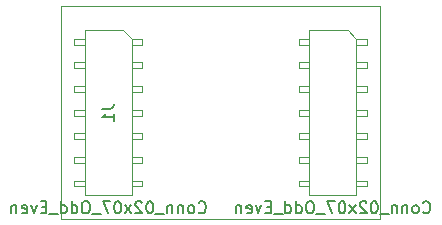
<source format=gbr>
G04 #@! TF.GenerationSoftware,KiCad,Pcbnew,8.0.3*
G04 #@! TF.CreationDate,2024-08-02T19:38:22+02:00*
G04 #@! TF.ProjectId,powermod,706f7765-726d-46f6-942e-6b696361645f,rev?*
G04 #@! TF.SameCoordinates,PXf42400PY2719c40*
G04 #@! TF.FileFunction,AssemblyDrawing,Bot*
%FSLAX46Y46*%
G04 Gerber Fmt 4.6, Leading zero omitted, Abs format (unit mm)*
G04 Created by KiCad (PCBNEW 8.0.3) date 2024-08-02 19:38:22*
%MOMM*%
%LPD*%
G01*
G04 APERTURE LIST*
%ADD10C,0.150000*%
%ADD11C,0.100000*%
G04 #@! TA.AperFunction,Profile*
%ADD12C,0.120000*%
G04 #@! TD*
G04 APERTURE END LIST*
D10*
X30642858Y-15419580D02*
X30690477Y-15467200D01*
X30690477Y-15467200D02*
X30833334Y-15514819D01*
X30833334Y-15514819D02*
X30928572Y-15514819D01*
X30928572Y-15514819D02*
X31071429Y-15467200D01*
X31071429Y-15467200D02*
X31166667Y-15371961D01*
X31166667Y-15371961D02*
X31214286Y-15276723D01*
X31214286Y-15276723D02*
X31261905Y-15086247D01*
X31261905Y-15086247D02*
X31261905Y-14943390D01*
X31261905Y-14943390D02*
X31214286Y-14752914D01*
X31214286Y-14752914D02*
X31166667Y-14657676D01*
X31166667Y-14657676D02*
X31071429Y-14562438D01*
X31071429Y-14562438D02*
X30928572Y-14514819D01*
X30928572Y-14514819D02*
X30833334Y-14514819D01*
X30833334Y-14514819D02*
X30690477Y-14562438D01*
X30690477Y-14562438D02*
X30642858Y-14610057D01*
X30071429Y-15514819D02*
X30166667Y-15467200D01*
X30166667Y-15467200D02*
X30214286Y-15419580D01*
X30214286Y-15419580D02*
X30261905Y-15324342D01*
X30261905Y-15324342D02*
X30261905Y-15038628D01*
X30261905Y-15038628D02*
X30214286Y-14943390D01*
X30214286Y-14943390D02*
X30166667Y-14895771D01*
X30166667Y-14895771D02*
X30071429Y-14848152D01*
X30071429Y-14848152D02*
X29928572Y-14848152D01*
X29928572Y-14848152D02*
X29833334Y-14895771D01*
X29833334Y-14895771D02*
X29785715Y-14943390D01*
X29785715Y-14943390D02*
X29738096Y-15038628D01*
X29738096Y-15038628D02*
X29738096Y-15324342D01*
X29738096Y-15324342D02*
X29785715Y-15419580D01*
X29785715Y-15419580D02*
X29833334Y-15467200D01*
X29833334Y-15467200D02*
X29928572Y-15514819D01*
X29928572Y-15514819D02*
X30071429Y-15514819D01*
X29309524Y-14848152D02*
X29309524Y-15514819D01*
X29309524Y-14943390D02*
X29261905Y-14895771D01*
X29261905Y-14895771D02*
X29166667Y-14848152D01*
X29166667Y-14848152D02*
X29023810Y-14848152D01*
X29023810Y-14848152D02*
X28928572Y-14895771D01*
X28928572Y-14895771D02*
X28880953Y-14991009D01*
X28880953Y-14991009D02*
X28880953Y-15514819D01*
X28404762Y-14848152D02*
X28404762Y-15514819D01*
X28404762Y-14943390D02*
X28357143Y-14895771D01*
X28357143Y-14895771D02*
X28261905Y-14848152D01*
X28261905Y-14848152D02*
X28119048Y-14848152D01*
X28119048Y-14848152D02*
X28023810Y-14895771D01*
X28023810Y-14895771D02*
X27976191Y-14991009D01*
X27976191Y-14991009D02*
X27976191Y-15514819D01*
X27738096Y-15610057D02*
X26976191Y-15610057D01*
X26547619Y-14514819D02*
X26452381Y-14514819D01*
X26452381Y-14514819D02*
X26357143Y-14562438D01*
X26357143Y-14562438D02*
X26309524Y-14610057D01*
X26309524Y-14610057D02*
X26261905Y-14705295D01*
X26261905Y-14705295D02*
X26214286Y-14895771D01*
X26214286Y-14895771D02*
X26214286Y-15133866D01*
X26214286Y-15133866D02*
X26261905Y-15324342D01*
X26261905Y-15324342D02*
X26309524Y-15419580D01*
X26309524Y-15419580D02*
X26357143Y-15467200D01*
X26357143Y-15467200D02*
X26452381Y-15514819D01*
X26452381Y-15514819D02*
X26547619Y-15514819D01*
X26547619Y-15514819D02*
X26642857Y-15467200D01*
X26642857Y-15467200D02*
X26690476Y-15419580D01*
X26690476Y-15419580D02*
X26738095Y-15324342D01*
X26738095Y-15324342D02*
X26785714Y-15133866D01*
X26785714Y-15133866D02*
X26785714Y-14895771D01*
X26785714Y-14895771D02*
X26738095Y-14705295D01*
X26738095Y-14705295D02*
X26690476Y-14610057D01*
X26690476Y-14610057D02*
X26642857Y-14562438D01*
X26642857Y-14562438D02*
X26547619Y-14514819D01*
X25833333Y-14610057D02*
X25785714Y-14562438D01*
X25785714Y-14562438D02*
X25690476Y-14514819D01*
X25690476Y-14514819D02*
X25452381Y-14514819D01*
X25452381Y-14514819D02*
X25357143Y-14562438D01*
X25357143Y-14562438D02*
X25309524Y-14610057D01*
X25309524Y-14610057D02*
X25261905Y-14705295D01*
X25261905Y-14705295D02*
X25261905Y-14800533D01*
X25261905Y-14800533D02*
X25309524Y-14943390D01*
X25309524Y-14943390D02*
X25880952Y-15514819D01*
X25880952Y-15514819D02*
X25261905Y-15514819D01*
X24928571Y-15514819D02*
X24404762Y-14848152D01*
X24928571Y-14848152D02*
X24404762Y-15514819D01*
X23833333Y-14514819D02*
X23738095Y-14514819D01*
X23738095Y-14514819D02*
X23642857Y-14562438D01*
X23642857Y-14562438D02*
X23595238Y-14610057D01*
X23595238Y-14610057D02*
X23547619Y-14705295D01*
X23547619Y-14705295D02*
X23500000Y-14895771D01*
X23500000Y-14895771D02*
X23500000Y-15133866D01*
X23500000Y-15133866D02*
X23547619Y-15324342D01*
X23547619Y-15324342D02*
X23595238Y-15419580D01*
X23595238Y-15419580D02*
X23642857Y-15467200D01*
X23642857Y-15467200D02*
X23738095Y-15514819D01*
X23738095Y-15514819D02*
X23833333Y-15514819D01*
X23833333Y-15514819D02*
X23928571Y-15467200D01*
X23928571Y-15467200D02*
X23976190Y-15419580D01*
X23976190Y-15419580D02*
X24023809Y-15324342D01*
X24023809Y-15324342D02*
X24071428Y-15133866D01*
X24071428Y-15133866D02*
X24071428Y-14895771D01*
X24071428Y-14895771D02*
X24023809Y-14705295D01*
X24023809Y-14705295D02*
X23976190Y-14610057D01*
X23976190Y-14610057D02*
X23928571Y-14562438D01*
X23928571Y-14562438D02*
X23833333Y-14514819D01*
X23166666Y-14514819D02*
X22500000Y-14514819D01*
X22500000Y-14514819D02*
X22928571Y-15514819D01*
X22357143Y-15610057D02*
X21595238Y-15610057D01*
X21166666Y-14514819D02*
X20976190Y-14514819D01*
X20976190Y-14514819D02*
X20880952Y-14562438D01*
X20880952Y-14562438D02*
X20785714Y-14657676D01*
X20785714Y-14657676D02*
X20738095Y-14848152D01*
X20738095Y-14848152D02*
X20738095Y-15181485D01*
X20738095Y-15181485D02*
X20785714Y-15371961D01*
X20785714Y-15371961D02*
X20880952Y-15467200D01*
X20880952Y-15467200D02*
X20976190Y-15514819D01*
X20976190Y-15514819D02*
X21166666Y-15514819D01*
X21166666Y-15514819D02*
X21261904Y-15467200D01*
X21261904Y-15467200D02*
X21357142Y-15371961D01*
X21357142Y-15371961D02*
X21404761Y-15181485D01*
X21404761Y-15181485D02*
X21404761Y-14848152D01*
X21404761Y-14848152D02*
X21357142Y-14657676D01*
X21357142Y-14657676D02*
X21261904Y-14562438D01*
X21261904Y-14562438D02*
X21166666Y-14514819D01*
X19880952Y-15514819D02*
X19880952Y-14514819D01*
X19880952Y-15467200D02*
X19976190Y-15514819D01*
X19976190Y-15514819D02*
X20166666Y-15514819D01*
X20166666Y-15514819D02*
X20261904Y-15467200D01*
X20261904Y-15467200D02*
X20309523Y-15419580D01*
X20309523Y-15419580D02*
X20357142Y-15324342D01*
X20357142Y-15324342D02*
X20357142Y-15038628D01*
X20357142Y-15038628D02*
X20309523Y-14943390D01*
X20309523Y-14943390D02*
X20261904Y-14895771D01*
X20261904Y-14895771D02*
X20166666Y-14848152D01*
X20166666Y-14848152D02*
X19976190Y-14848152D01*
X19976190Y-14848152D02*
X19880952Y-14895771D01*
X18976190Y-15514819D02*
X18976190Y-14514819D01*
X18976190Y-15467200D02*
X19071428Y-15514819D01*
X19071428Y-15514819D02*
X19261904Y-15514819D01*
X19261904Y-15514819D02*
X19357142Y-15467200D01*
X19357142Y-15467200D02*
X19404761Y-15419580D01*
X19404761Y-15419580D02*
X19452380Y-15324342D01*
X19452380Y-15324342D02*
X19452380Y-15038628D01*
X19452380Y-15038628D02*
X19404761Y-14943390D01*
X19404761Y-14943390D02*
X19357142Y-14895771D01*
X19357142Y-14895771D02*
X19261904Y-14848152D01*
X19261904Y-14848152D02*
X19071428Y-14848152D01*
X19071428Y-14848152D02*
X18976190Y-14895771D01*
X18738095Y-15610057D02*
X17976190Y-15610057D01*
X17738094Y-14991009D02*
X17404761Y-14991009D01*
X17261904Y-15514819D02*
X17738094Y-15514819D01*
X17738094Y-15514819D02*
X17738094Y-14514819D01*
X17738094Y-14514819D02*
X17261904Y-14514819D01*
X16928570Y-14848152D02*
X16690475Y-15514819D01*
X16690475Y-15514819D02*
X16452380Y-14848152D01*
X15690475Y-15467200D02*
X15785713Y-15514819D01*
X15785713Y-15514819D02*
X15976189Y-15514819D01*
X15976189Y-15514819D02*
X16071427Y-15467200D01*
X16071427Y-15467200D02*
X16119046Y-15371961D01*
X16119046Y-15371961D02*
X16119046Y-14991009D01*
X16119046Y-14991009D02*
X16071427Y-14895771D01*
X16071427Y-14895771D02*
X15976189Y-14848152D01*
X15976189Y-14848152D02*
X15785713Y-14848152D01*
X15785713Y-14848152D02*
X15690475Y-14895771D01*
X15690475Y-14895771D02*
X15642856Y-14991009D01*
X15642856Y-14991009D02*
X15642856Y-15086247D01*
X15642856Y-15086247D02*
X16119046Y-15181485D01*
X15214284Y-14848152D02*
X15214284Y-15514819D01*
X15214284Y-14943390D02*
X15166665Y-14895771D01*
X15166665Y-14895771D02*
X15071427Y-14848152D01*
X15071427Y-14848152D02*
X14928570Y-14848152D01*
X14928570Y-14848152D02*
X14833332Y-14895771D01*
X14833332Y-14895771D02*
X14785713Y-14991009D01*
X14785713Y-14991009D02*
X14785713Y-15514819D01*
X11642858Y-15419580D02*
X11690477Y-15467200D01*
X11690477Y-15467200D02*
X11833334Y-15514819D01*
X11833334Y-15514819D02*
X11928572Y-15514819D01*
X11928572Y-15514819D02*
X12071429Y-15467200D01*
X12071429Y-15467200D02*
X12166667Y-15371961D01*
X12166667Y-15371961D02*
X12214286Y-15276723D01*
X12214286Y-15276723D02*
X12261905Y-15086247D01*
X12261905Y-15086247D02*
X12261905Y-14943390D01*
X12261905Y-14943390D02*
X12214286Y-14752914D01*
X12214286Y-14752914D02*
X12166667Y-14657676D01*
X12166667Y-14657676D02*
X12071429Y-14562438D01*
X12071429Y-14562438D02*
X11928572Y-14514819D01*
X11928572Y-14514819D02*
X11833334Y-14514819D01*
X11833334Y-14514819D02*
X11690477Y-14562438D01*
X11690477Y-14562438D02*
X11642858Y-14610057D01*
X11071429Y-15514819D02*
X11166667Y-15467200D01*
X11166667Y-15467200D02*
X11214286Y-15419580D01*
X11214286Y-15419580D02*
X11261905Y-15324342D01*
X11261905Y-15324342D02*
X11261905Y-15038628D01*
X11261905Y-15038628D02*
X11214286Y-14943390D01*
X11214286Y-14943390D02*
X11166667Y-14895771D01*
X11166667Y-14895771D02*
X11071429Y-14848152D01*
X11071429Y-14848152D02*
X10928572Y-14848152D01*
X10928572Y-14848152D02*
X10833334Y-14895771D01*
X10833334Y-14895771D02*
X10785715Y-14943390D01*
X10785715Y-14943390D02*
X10738096Y-15038628D01*
X10738096Y-15038628D02*
X10738096Y-15324342D01*
X10738096Y-15324342D02*
X10785715Y-15419580D01*
X10785715Y-15419580D02*
X10833334Y-15467200D01*
X10833334Y-15467200D02*
X10928572Y-15514819D01*
X10928572Y-15514819D02*
X11071429Y-15514819D01*
X10309524Y-14848152D02*
X10309524Y-15514819D01*
X10309524Y-14943390D02*
X10261905Y-14895771D01*
X10261905Y-14895771D02*
X10166667Y-14848152D01*
X10166667Y-14848152D02*
X10023810Y-14848152D01*
X10023810Y-14848152D02*
X9928572Y-14895771D01*
X9928572Y-14895771D02*
X9880953Y-14991009D01*
X9880953Y-14991009D02*
X9880953Y-15514819D01*
X9404762Y-14848152D02*
X9404762Y-15514819D01*
X9404762Y-14943390D02*
X9357143Y-14895771D01*
X9357143Y-14895771D02*
X9261905Y-14848152D01*
X9261905Y-14848152D02*
X9119048Y-14848152D01*
X9119048Y-14848152D02*
X9023810Y-14895771D01*
X9023810Y-14895771D02*
X8976191Y-14991009D01*
X8976191Y-14991009D02*
X8976191Y-15514819D01*
X8738096Y-15610057D02*
X7976191Y-15610057D01*
X7547619Y-14514819D02*
X7452381Y-14514819D01*
X7452381Y-14514819D02*
X7357143Y-14562438D01*
X7357143Y-14562438D02*
X7309524Y-14610057D01*
X7309524Y-14610057D02*
X7261905Y-14705295D01*
X7261905Y-14705295D02*
X7214286Y-14895771D01*
X7214286Y-14895771D02*
X7214286Y-15133866D01*
X7214286Y-15133866D02*
X7261905Y-15324342D01*
X7261905Y-15324342D02*
X7309524Y-15419580D01*
X7309524Y-15419580D02*
X7357143Y-15467200D01*
X7357143Y-15467200D02*
X7452381Y-15514819D01*
X7452381Y-15514819D02*
X7547619Y-15514819D01*
X7547619Y-15514819D02*
X7642857Y-15467200D01*
X7642857Y-15467200D02*
X7690476Y-15419580D01*
X7690476Y-15419580D02*
X7738095Y-15324342D01*
X7738095Y-15324342D02*
X7785714Y-15133866D01*
X7785714Y-15133866D02*
X7785714Y-14895771D01*
X7785714Y-14895771D02*
X7738095Y-14705295D01*
X7738095Y-14705295D02*
X7690476Y-14610057D01*
X7690476Y-14610057D02*
X7642857Y-14562438D01*
X7642857Y-14562438D02*
X7547619Y-14514819D01*
X6833333Y-14610057D02*
X6785714Y-14562438D01*
X6785714Y-14562438D02*
X6690476Y-14514819D01*
X6690476Y-14514819D02*
X6452381Y-14514819D01*
X6452381Y-14514819D02*
X6357143Y-14562438D01*
X6357143Y-14562438D02*
X6309524Y-14610057D01*
X6309524Y-14610057D02*
X6261905Y-14705295D01*
X6261905Y-14705295D02*
X6261905Y-14800533D01*
X6261905Y-14800533D02*
X6309524Y-14943390D01*
X6309524Y-14943390D02*
X6880952Y-15514819D01*
X6880952Y-15514819D02*
X6261905Y-15514819D01*
X5928571Y-15514819D02*
X5404762Y-14848152D01*
X5928571Y-14848152D02*
X5404762Y-15514819D01*
X4833333Y-14514819D02*
X4738095Y-14514819D01*
X4738095Y-14514819D02*
X4642857Y-14562438D01*
X4642857Y-14562438D02*
X4595238Y-14610057D01*
X4595238Y-14610057D02*
X4547619Y-14705295D01*
X4547619Y-14705295D02*
X4500000Y-14895771D01*
X4500000Y-14895771D02*
X4500000Y-15133866D01*
X4500000Y-15133866D02*
X4547619Y-15324342D01*
X4547619Y-15324342D02*
X4595238Y-15419580D01*
X4595238Y-15419580D02*
X4642857Y-15467200D01*
X4642857Y-15467200D02*
X4738095Y-15514819D01*
X4738095Y-15514819D02*
X4833333Y-15514819D01*
X4833333Y-15514819D02*
X4928571Y-15467200D01*
X4928571Y-15467200D02*
X4976190Y-15419580D01*
X4976190Y-15419580D02*
X5023809Y-15324342D01*
X5023809Y-15324342D02*
X5071428Y-15133866D01*
X5071428Y-15133866D02*
X5071428Y-14895771D01*
X5071428Y-14895771D02*
X5023809Y-14705295D01*
X5023809Y-14705295D02*
X4976190Y-14610057D01*
X4976190Y-14610057D02*
X4928571Y-14562438D01*
X4928571Y-14562438D02*
X4833333Y-14514819D01*
X4166666Y-14514819D02*
X3500000Y-14514819D01*
X3500000Y-14514819D02*
X3928571Y-15514819D01*
X3357143Y-15610057D02*
X2595238Y-15610057D01*
X2166666Y-14514819D02*
X1976190Y-14514819D01*
X1976190Y-14514819D02*
X1880952Y-14562438D01*
X1880952Y-14562438D02*
X1785714Y-14657676D01*
X1785714Y-14657676D02*
X1738095Y-14848152D01*
X1738095Y-14848152D02*
X1738095Y-15181485D01*
X1738095Y-15181485D02*
X1785714Y-15371961D01*
X1785714Y-15371961D02*
X1880952Y-15467200D01*
X1880952Y-15467200D02*
X1976190Y-15514819D01*
X1976190Y-15514819D02*
X2166666Y-15514819D01*
X2166666Y-15514819D02*
X2261904Y-15467200D01*
X2261904Y-15467200D02*
X2357142Y-15371961D01*
X2357142Y-15371961D02*
X2404761Y-15181485D01*
X2404761Y-15181485D02*
X2404761Y-14848152D01*
X2404761Y-14848152D02*
X2357142Y-14657676D01*
X2357142Y-14657676D02*
X2261904Y-14562438D01*
X2261904Y-14562438D02*
X2166666Y-14514819D01*
X880952Y-15514819D02*
X880952Y-14514819D01*
X880952Y-15467200D02*
X976190Y-15514819D01*
X976190Y-15514819D02*
X1166666Y-15514819D01*
X1166666Y-15514819D02*
X1261904Y-15467200D01*
X1261904Y-15467200D02*
X1309523Y-15419580D01*
X1309523Y-15419580D02*
X1357142Y-15324342D01*
X1357142Y-15324342D02*
X1357142Y-15038628D01*
X1357142Y-15038628D02*
X1309523Y-14943390D01*
X1309523Y-14943390D02*
X1261904Y-14895771D01*
X1261904Y-14895771D02*
X1166666Y-14848152D01*
X1166666Y-14848152D02*
X976190Y-14848152D01*
X976190Y-14848152D02*
X880952Y-14895771D01*
X-23810Y-15514819D02*
X-23810Y-14514819D01*
X-23810Y-15467200D02*
X71428Y-15514819D01*
X71428Y-15514819D02*
X261904Y-15514819D01*
X261904Y-15514819D02*
X357142Y-15467200D01*
X357142Y-15467200D02*
X404761Y-15419580D01*
X404761Y-15419580D02*
X452380Y-15324342D01*
X452380Y-15324342D02*
X452380Y-15038628D01*
X452380Y-15038628D02*
X404761Y-14943390D01*
X404761Y-14943390D02*
X357142Y-14895771D01*
X357142Y-14895771D02*
X261904Y-14848152D01*
X261904Y-14848152D02*
X71428Y-14848152D01*
X71428Y-14848152D02*
X-23810Y-14895771D01*
X-261905Y-15610057D02*
X-1023810Y-15610057D01*
X-1261906Y-14991009D02*
X-1595239Y-14991009D01*
X-1738096Y-15514819D02*
X-1261906Y-15514819D01*
X-1261906Y-15514819D02*
X-1261906Y-14514819D01*
X-1261906Y-14514819D02*
X-1738096Y-14514819D01*
X-2071430Y-14848152D02*
X-2309525Y-15514819D01*
X-2309525Y-15514819D02*
X-2547620Y-14848152D01*
X-3309525Y-15467200D02*
X-3214287Y-15514819D01*
X-3214287Y-15514819D02*
X-3023811Y-15514819D01*
X-3023811Y-15514819D02*
X-2928573Y-15467200D01*
X-2928573Y-15467200D02*
X-2880954Y-15371961D01*
X-2880954Y-15371961D02*
X-2880954Y-14991009D01*
X-2880954Y-14991009D02*
X-2928573Y-14895771D01*
X-2928573Y-14895771D02*
X-3023811Y-14848152D01*
X-3023811Y-14848152D02*
X-3214287Y-14848152D01*
X-3214287Y-14848152D02*
X-3309525Y-14895771D01*
X-3309525Y-14895771D02*
X-3357144Y-14991009D01*
X-3357144Y-14991009D02*
X-3357144Y-15086247D01*
X-3357144Y-15086247D02*
X-2880954Y-15181485D01*
X-3785716Y-14848152D02*
X-3785716Y-15514819D01*
X-3785716Y-14943390D02*
X-3833335Y-14895771D01*
X-3833335Y-14895771D02*
X-3928573Y-14848152D01*
X-3928573Y-14848152D02*
X-4071430Y-14848152D01*
X-4071430Y-14848152D02*
X-4166668Y-14895771D01*
X-4166668Y-14895771D02*
X-4214287Y-14991009D01*
X-4214287Y-14991009D02*
X-4214287Y-15514819D01*
X3454819Y-6666666D02*
X4169104Y-6666666D01*
X4169104Y-6666666D02*
X4311961Y-6619047D01*
X4311961Y-6619047D02*
X4407200Y-6523809D01*
X4407200Y-6523809D02*
X4454819Y-6380952D01*
X4454819Y-6380952D02*
X4454819Y-6285714D01*
X4454819Y-7666666D02*
X4454819Y-7095238D01*
X4454819Y-7380952D02*
X3454819Y-7380952D01*
X3454819Y-7380952D02*
X3597676Y-7285714D01*
X3597676Y-7285714D02*
X3692914Y-7190476D01*
X3692914Y-7190476D02*
X3740533Y-7095238D01*
D11*
X20125000Y-750000D02*
X20125000Y-1250000D01*
X20125000Y-1250000D02*
X21000000Y-1250000D01*
X20125000Y-2750000D02*
X20125000Y-3250000D01*
X20125000Y-3250000D02*
X21000000Y-3250000D01*
X20125000Y-4750000D02*
X20125000Y-5250000D01*
X20125000Y-5250000D02*
X21000000Y-5250000D01*
X20125000Y-6750000D02*
X20125000Y-7250000D01*
X20125000Y-7250000D02*
X21000000Y-7250000D01*
X20125000Y-8750000D02*
X20125000Y-9250000D01*
X20125000Y-9250000D02*
X21000000Y-9250000D01*
X20125000Y-10750000D02*
X20125000Y-11250000D01*
X20125000Y-11250000D02*
X21000000Y-11250000D01*
X20125000Y-12750000D02*
X20125000Y-13250000D01*
X20125000Y-13250000D02*
X21000000Y-13250000D01*
X21000000Y0D02*
X21000000Y-14000000D01*
X21000000Y-750000D02*
X20125000Y-750000D01*
X21000000Y-2750000D02*
X20125000Y-2750000D01*
X21000000Y-4750000D02*
X20125000Y-4750000D01*
X21000000Y-6750000D02*
X20125000Y-6750000D01*
X21000000Y-8750000D02*
X20125000Y-8750000D01*
X21000000Y-10750000D02*
X20125000Y-10750000D01*
X21000000Y-12750000D02*
X20125000Y-12750000D01*
X21000000Y-14000000D02*
X25000000Y-14000000D01*
X24250000Y0D02*
X21000000Y0D01*
X25000000Y-750000D02*
X24250000Y0D01*
X25000000Y-750000D02*
X25875000Y-750000D01*
X25000000Y-2750000D02*
X25875000Y-2750000D01*
X25000000Y-4750000D02*
X25875000Y-4750000D01*
X25000000Y-6750000D02*
X25875000Y-6750000D01*
X25000000Y-8750000D02*
X25875000Y-8750000D01*
X25000000Y-10750000D02*
X25875000Y-10750000D01*
X25000000Y-12750000D02*
X25875000Y-12750000D01*
X25000000Y-14000000D02*
X25000000Y-750000D01*
X25875000Y-750000D02*
X25875000Y-1250000D01*
X25875000Y-1250000D02*
X25000000Y-1250000D01*
X25875000Y-2750000D02*
X25875000Y-3250000D01*
X25875000Y-3250000D02*
X25000000Y-3250000D01*
X25875000Y-4750000D02*
X25875000Y-5250000D01*
X25875000Y-5250000D02*
X25000000Y-5250000D01*
X25875000Y-6750000D02*
X25875000Y-7250000D01*
X25875000Y-7250000D02*
X25000000Y-7250000D01*
X25875000Y-8750000D02*
X25875000Y-9250000D01*
X25875000Y-9250000D02*
X25000000Y-9250000D01*
X25875000Y-10750000D02*
X25875000Y-11250000D01*
X25875000Y-11250000D02*
X25000000Y-11250000D01*
X25875000Y-12750000D02*
X25875000Y-13250000D01*
X25875000Y-13250000D02*
X25000000Y-13250000D01*
X1125000Y-750000D02*
X1125000Y-1250000D01*
X1125000Y-1250000D02*
X2000000Y-1250000D01*
X1125000Y-2750000D02*
X1125000Y-3250000D01*
X1125000Y-3250000D02*
X2000000Y-3250000D01*
X1125000Y-4750000D02*
X1125000Y-5250000D01*
X1125000Y-5250000D02*
X2000000Y-5250000D01*
X1125000Y-6750000D02*
X1125000Y-7250000D01*
X1125000Y-7250000D02*
X2000000Y-7250000D01*
X1125000Y-8750000D02*
X1125000Y-9250000D01*
X1125000Y-9250000D02*
X2000000Y-9250000D01*
X1125000Y-10750000D02*
X1125000Y-11250000D01*
X1125000Y-11250000D02*
X2000000Y-11250000D01*
X1125000Y-12750000D02*
X1125000Y-13250000D01*
X1125000Y-13250000D02*
X2000000Y-13250000D01*
X2000000Y0D02*
X2000000Y-14000000D01*
X2000000Y-750000D02*
X1125000Y-750000D01*
X2000000Y-2750000D02*
X1125000Y-2750000D01*
X2000000Y-4750000D02*
X1125000Y-4750000D01*
X2000000Y-6750000D02*
X1125000Y-6750000D01*
X2000000Y-8750000D02*
X1125000Y-8750000D01*
X2000000Y-10750000D02*
X1125000Y-10750000D01*
X2000000Y-12750000D02*
X1125000Y-12750000D01*
X2000000Y-14000000D02*
X6000000Y-14000000D01*
X5250000Y0D02*
X2000000Y0D01*
X6000000Y-750000D02*
X5250000Y0D01*
X6000000Y-750000D02*
X6875000Y-750000D01*
X6000000Y-2750000D02*
X6875000Y-2750000D01*
X6000000Y-4750000D02*
X6875000Y-4750000D01*
X6000000Y-6750000D02*
X6875000Y-6750000D01*
X6000000Y-8750000D02*
X6875000Y-8750000D01*
X6000000Y-10750000D02*
X6875000Y-10750000D01*
X6000000Y-12750000D02*
X6875000Y-12750000D01*
X6000000Y-14000000D02*
X6000000Y-750000D01*
X6875000Y-750000D02*
X6875000Y-1250000D01*
X6875000Y-1250000D02*
X6000000Y-1250000D01*
X6875000Y-2750000D02*
X6875000Y-3250000D01*
X6875000Y-3250000D02*
X6000000Y-3250000D01*
X6875000Y-4750000D02*
X6875000Y-5250000D01*
X6875000Y-5250000D02*
X6000000Y-5250000D01*
X6875000Y-6750000D02*
X6875000Y-7250000D01*
X6875000Y-7250000D02*
X6000000Y-7250000D01*
X6875000Y-8750000D02*
X6875000Y-9250000D01*
X6875000Y-9250000D02*
X6000000Y-9250000D01*
X6875000Y-10750000D02*
X6875000Y-11250000D01*
X6875000Y-11250000D02*
X6000000Y-11250000D01*
X6875000Y-12750000D02*
X6875000Y-13250000D01*
X6875000Y-13250000D02*
X6000000Y-13250000D01*
D12*
X0Y-16000000D02*
X27000000Y-16000000D01*
X27000000Y2000000D02*
X0Y2000000D01*
X27000000Y-16000000D02*
X27000000Y2000000D01*
X0Y2000000D02*
X0Y-16000000D01*
M02*

</source>
